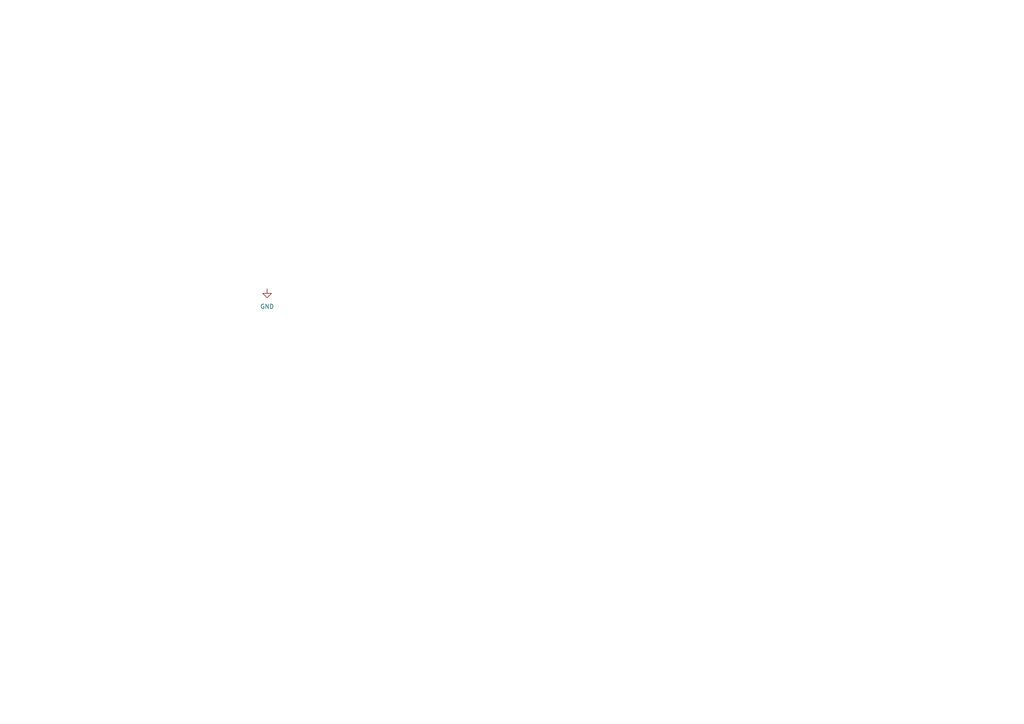
<source format=kicad_sch>
(kicad_sch (version 20231120) (generator "eeschema") (generator_version "8.0")
  (paper "A4")
  (lib_symbols
    (symbol "power:GND" (power) (pin_numbers hide) (pin_names (offset 0) hide)
      (property "Value" "GND" (at 0 -3.81 0))
      (symbol "GND_0_1"
        (polyline (pts (xy 0 0) (xy 0 -1.27) (xy 1.27 -1.27) (xy 0 -2.54) (xy -1.27 -1.27) (xy 0 -1.27)))
      )
      (symbol "GND_1_1"
        (pin power_in line (at 0 0 270) (length 0) (name "~") (number "1"))
      )
    )
  )
  (symbol (lib_id "power:GND") (at 77.47 83.82 0) (unit 1)
    (property "Reference" "#PWR01" (effects (hide yes)))
    (property "Value" "GND" (at 77.47 88.9 0))
    (property "Description" "Power symbol creates a global label with name \"GND\" , ground" (effects (hide yes)))
  )
)
</source>
